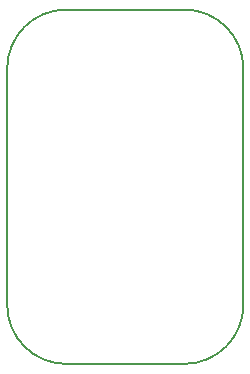
<source format=gko>
G04 Layer: BoardOutlineLayer*
G04 EasyEDA Pro v2.2.27.1, 2024-09-15 10:59:50*
G04 Gerber Generator version 0.3*
G04 Scale: 100 percent, Rotated: No, Reflected: No*
G04 Dimensions in millimeters*
G04 Leading zeros omitted, absolute positions, 3 integers and 5 decimals*
%TF.GenerationSoftware,KiCad,Pcbnew,8.0.5*%
%TF.CreationDate,2024-10-02T17:58:01+08:00*%
%TF.ProjectId,LED_SMT_5730_5S2P_5W,4c45445f-534d-4545-9f35-3733305f3553,rev?*%
%TF.SameCoordinates,Original*%
%TF.FileFunction,Profile,NP*%
%FSLAX46Y46*%
G04 Gerber Fmt 4.6, Leading zero omitted, Abs format (unit mm)*
G04 Created by KiCad (PCBNEW 8.0.5) date 2024-10-02 17:58:01*
%MOMM*%
%LPD*%
G01*
G04 APERTURE LIST*
%TA.AperFunction,Profile*%
%ADD10C,0.200000*%
%TD*%
G04 APERTURE END LIST*
D10*
X90000000Y-90000000D02*
G75*
G02*
X95000000Y-85000000I5000000J0D01*
G01*
X105000000Y-85000000D02*
G75*
G02*
X110000000Y-90000000I0J-5000000D01*
G01*
X90000000Y-110000000D02*
X90000000Y-90000000D01*
X110000000Y-110000000D02*
G75*
G02*
X105000000Y-115000000I-5000000J0D01*
G01*
X95000000Y-115000000D02*
G75*
G02*
X90000000Y-110000000I0J5000000D01*
G01*
X105000000Y-115000000D02*
X95000000Y-115000000D01*
X95000000Y-85000000D02*
X105000000Y-85000000D01*
X110000000Y-90000000D02*
X110000000Y-110000000D01*
M02*

</source>
